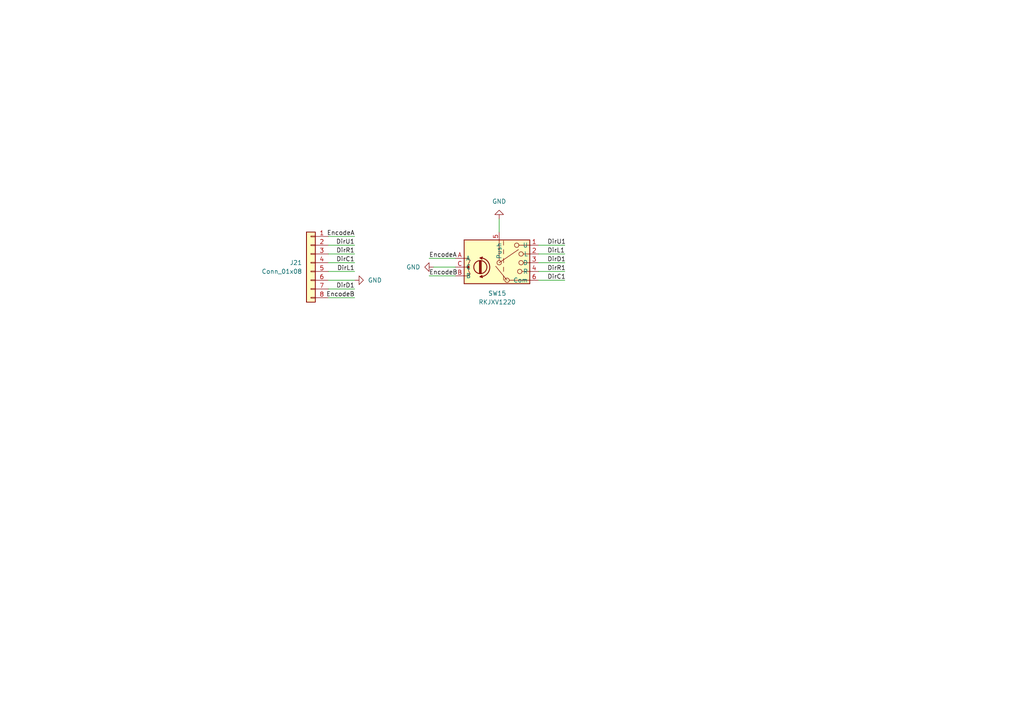
<source format=kicad_sch>
(kicad_sch (version 20211123) (generator eeschema)
  (paper "A4")
  (lib_symbols
    (symbol "Connector_Generic:Conn_01x08" (pin_names (offset 1.016) hide)
      (property "Reference" "J" (at 0 10.16 0))
      (property "Value" "Conn_01x08" (at 0 -12.7 0))
      (symbol "Conn_01x08_1_1"
        (rectangle (start -1.27 -10.033) (end 0 -10.287) (stroke (width 0.1524)))
        (rectangle (start -1.27 -7.493) (end 0 -7.747) (stroke (width 0.1524)))
        (rectangle (start -1.27 -4.953) (end 0 -5.207) (stroke (width 0.1524)))
        (rectangle (start -1.27 -2.413) (end 0 -2.667) (stroke (width 0.1524)))
        (rectangle (start -1.27 0.127) (end 0 -0.127) (stroke (width 0.1524)))
        (rectangle (start -1.27 2.667) (end 0 2.413) (stroke (width 0.1524)))
        (rectangle (start -1.27 5.207) (end 0 4.953) (stroke (width 0.1524)))
        (rectangle (start -1.27 7.747) (end 0 7.493) (stroke (width 0.1524)))
        (rectangle (start -1.27 8.89) (end 1.27 -11.43) (stroke (width 0.254)) (fill (type background)))
        (pin passive line (at -5.08 7.62 0) (length 3.81) (name "Pin_1") (number "1"))
        (pin passive line (at -5.08 5.08 0) (length 3.81) (name "Pin_2") (number "2"))
        (pin passive line (at -5.08 2.54 0) (length 3.81) (name "Pin_3") (number "3"))
        (pin passive line (at -5.08 0 0) (length 3.81) (name "Pin_4") (number "4"))
        (pin passive line (at -5.08 -2.54 0) (length 3.81) (name "Pin_5") (number "5"))
        (pin passive line (at -5.08 -5.08 0) (length 3.81) (name "Pin_6") (number "6"))
        (pin passive line (at -5.08 -7.62 0) (length 3.81) (name "Pin_7") (number "7"))
        (pin passive line (at -5.08 -10.16 0) (length 3.81) (name "Pin_8") (number "8"))
      )
    )
    (symbol "Personal:RKJXV1220"
      (property "Reference" "SW" (at -1.27 6.35 0))
      (property "Value" "RKJXV1220" (at 0 -6.35 0))
      (symbol "RKJXV1220_0_0"
        (polyline (pts (xy 5.08 1.27) (xy 10.668 5.08)))
        (polyline (pts (xy 6.35 -3.81) (xy 6.35 -2.54)))
        (polyline (pts (xy 6.35 -1.27) (xy 6.35 0)))
        (polyline (pts (xy 6.35 1.27) (xy 6.35 2.54)))
        (polyline (pts (xy 6.35 3.81) (xy 6.35 5.08)))
        (polyline (pts (xy 6.35 6.35) (xy 6.35 7.62)))
        (polyline (pts (xy 10.795 6.35) (xy 13.97 6.35)))
        (polyline (pts (xy 11.811 -1.27) (xy 13.97 -1.27)))
        (polyline (pts (xy 12.065 1.27) (xy 13.97 1.27)))
        (polyline (pts (xy 12.065 3.81) (xy 13.97 3.81)))
        (circle (center 5.08 1.27) (radius 0.635))
        (circle (center 7.366 -3.81) (radius 0.635))
        (circle (center 10.16 6.35) (radius 0.635))
        (circle (center 11.049 -1.27) (radius 0.635))
        (circle (center 11.43 1.27) (radius 0.635))
        (circle (center 11.43 3.81) (radius 0.635))
      )
      (symbol "RKJXV1220_0_1"
        (rectangle (start -5.08 7.874) (end 13.97 -4.826) (stroke (width 0.254)) (fill (type background)))
        (circle (center -3.81 0) (radius 0.254) (fill (type outline)))
        (arc (start -0.381 -2.794) (mid 2.3622 -0.0508) (end -0.381 2.667) (stroke (width 0.254)))
        (circle (center -0.381 0) (radius 1.905) (stroke (width 0.254)))
        (polyline (pts (xy -0.635 -1.778) (xy -0.635 1.778)) (stroke (width 0.254)))
        (polyline (pts (xy -0.381 -1.778) (xy -0.381 1.778)) (stroke (width 0.254)))
        (polyline (pts (xy -0.127 1.778) (xy -0.127 -1.778)) (stroke (width 0.254)))
        (polyline (pts (xy 5.08 2.032) (xy 5.08 7.62)))
        (polyline (pts (xy 7.366 -3.81) (xy 4.064 0.254)))
        (polyline (pts (xy 14.224 -3.81) (xy 8.001 -3.81)))
        (polyline (pts (xy -5.08 -2.54) (xy -3.81 -2.54) (xy -3.81 -2.032)))
        (polyline (pts (xy -5.08 2.54) (xy -3.81 2.54) (xy -3.81 2.032)))
        (polyline (pts (xy 0.254 -3.048) (xy -0.508 -2.794) (xy 0.127 -2.413)) (stroke (width 0.254)))
        (polyline (pts (xy 0.254 2.921) (xy -0.508 2.667) (xy 0.127 2.286)) (stroke (width 0.254)))
        (polyline (pts (xy -5.08 0) (xy -3.81 0) (xy -3.81 -1.016) (xy -3.302 -2.032)))
        (polyline (pts (xy -4.318 0) (xy -3.81 0) (xy -3.81 1.016) (xy -3.302 2.032)))
      )
      (symbol "RKJXV1220_1_1"
        (pin passive line (at 16.51 6.35 180) (length 2.54) (name "U") (number "1"))
        (pin passive line (at 16.51 3.81 180) (length 2.54) (name "L") (number "2"))
        (pin passive line (at 16.51 1.27 180) (length 2.54) (name "D") (number "3"))
        (pin passive line (at 16.51 -1.27 180) (length 2.54) (name "R") (number "4"))
        (pin passive line (at 5.08 10.16 270) (length 2.54) (name "Push") (number "5"))
        (pin passive line (at 16.51 -3.81 180) (length 2.54) (name "Com") (number "6"))
        (pin passive line (at -7.62 2.54 0) (length 2.54) (name "A") (number "A"))
        (pin passive line (at -7.62 -2.54 0) (length 2.54) (name "B") (number "B"))
        (pin passive line (at -7.62 0 0) (length 2.54) (name "C") (number "C"))
      )
    )
    (symbol "power:GND" (power) (pin_names (offset 0))
      (property "Value" "GND" (at 0 -3.81 0))
      (symbol "GND_0_1"
        (polyline (pts (xy 0 0) (xy 0 -1.27) (xy 1.27 -1.27) (xy 0 -2.54) (xy -1.27 -1.27) (xy 0 -1.27)))
      )
      (symbol "GND_1_1"
        (pin power_in line (at 0 0 270) (length 0) hide (name "GND") (number "1"))
      )
    )
  )
  (wire (pts (xy 124.46 80.01) (xy 132.08 80.01)))
  (wire (pts (xy 102.87 83.82) (xy 95.25 83.82)))
  (wire (pts (xy 125.73 77.47) (xy 132.08 77.47)))
  (wire (pts (xy 102.87 68.58) (xy 95.25 68.58)))
  (wire (pts (xy 156.21 73.66) (xy 163.83 73.66)))
  (wire (pts (xy 156.21 71.12) (xy 163.83 71.12)))
  (wire (pts (xy 102.87 73.66) (xy 95.25 73.66)))
  (wire (pts (xy 95.25 86.36) (xy 102.87 86.36)))
  (wire (pts (xy 102.87 78.74) (xy 95.25 78.74)))
  (wire (pts (xy 102.87 81.28) (xy 95.25 81.28)))
  (wire (pts (xy 156.21 76.2) (xy 163.83 76.2)))
  (wire (pts (xy 156.21 78.74) (xy 163.83 78.74)))
  (wire (pts (xy 144.78 63.5) (xy 144.78 67.31)))
  (wire (pts (xy 124.46 74.93) (xy 132.08 74.93)))
  (wire (pts (xy 102.87 76.2) (xy 95.25 76.2)))
  (wire (pts (xy 102.87 71.12) (xy 95.25 71.12)))
  (wire (pts (xy 156.21 81.28) (xy 163.83 81.28)))
  (label "DirL1" (at 102.87 78.74 180))
  (label "EncodeB" (at 124.46 80.01 0))
  (label "DirU1" (at 158.75 71.12 0))
  (label "DirD1" (at 158.75 76.2 0))
  (label "DirR1" (at 102.87 73.66 180))
  (label "EncodeA" (at 124.46 74.93 0))
  (label "DirL1" (at 158.75 73.66 0))
  (label "DirU1" (at 102.87 71.12 180))
  (label "DirR1" (at 158.75 78.74 0))
  (label "EncodeB" (at 102.87 86.36 180))
  (label "EncodeA" (at 102.87 68.58 180))
  (label "DirD1" (at 102.87 83.82 180))
  (label "DirC1" (at 102.87 76.2 180))
  (label "DirC1" (at 158.75 81.28 0))
  (symbol (lib_id "power:GND") (at 144.78 63.5 180) (unit 1)
    (property "Reference" "#PWR0191" (effects hide))
    (property "Value" "GND" (at 144.78 58.42 0))
  )
  (symbol (lib_id "Personal:RKJXV1220") (at 139.7 77.47 0) (unit 1)
    (property "Reference" "SW15" (at 144.2085 85.09 0))
    (property "Value" "RKJXV1220" (at 144.2085 87.63 0))
    (property "Footprint" "Personal:RKJXT1F" (effects hide))
    (property "Datasheet" "https://www.mouser.be/datasheet/2/15/rkjxt-1890304.pdf" (effects hide))
  )
  (symbol (lib_id "Connector_Generic:Conn_01x08") (at 90.17 76.2 0) (mirror y) (unit 1)
    (property "Reference" "J21" (at 87.63 76.1999 0) (effects (justify left)))
    (property "Value" "Conn_01x08" (at 87.63 78.7399 0) (effects (justify left)))
    (property "Footprint" "Connector_JST:JST_PH_B8B-PH-K_1x08_P2.00mm_Vertical" (effects hide))
  )
  (symbol (lib_id "power:GND") (at 102.87 81.28 90) (mirror x) (unit 1)
    (property "Reference" "#PWR0189" (effects hide))
    (property "Value" "GND" (at 106.68 81.2799 90) (effects (justify right)))
  )
  (symbol (lib_id "power:GND") (at 125.73 77.47 270) (unit 1)
    (property "Reference" "#PWR0190" (effects hide))
    (property "Value" "GND" (at 121.92 77.4699 90) (effects (justify right)))
  )
)
</source>
